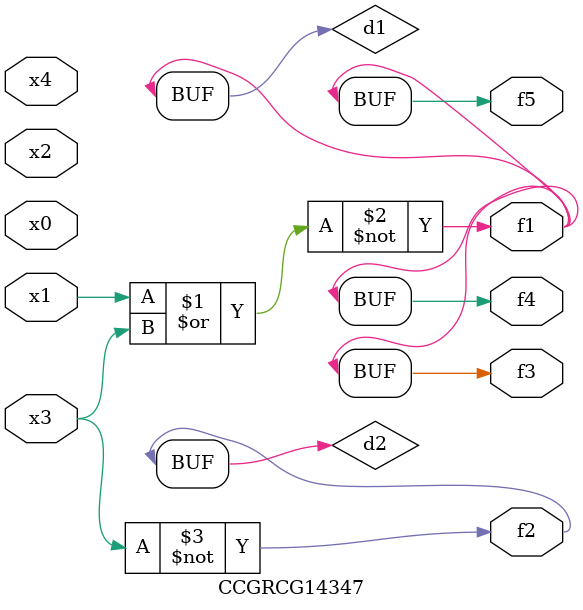
<source format=v>
module CCGRCG14347(
	input x0, x1, x2, x3, x4,
	output f1, f2, f3, f4, f5
);

	wire d1, d2;

	nor (d1, x1, x3);
	not (d2, x3);
	assign f1 = d1;
	assign f2 = d2;
	assign f3 = d1;
	assign f4 = d1;
	assign f5 = d1;
endmodule

</source>
